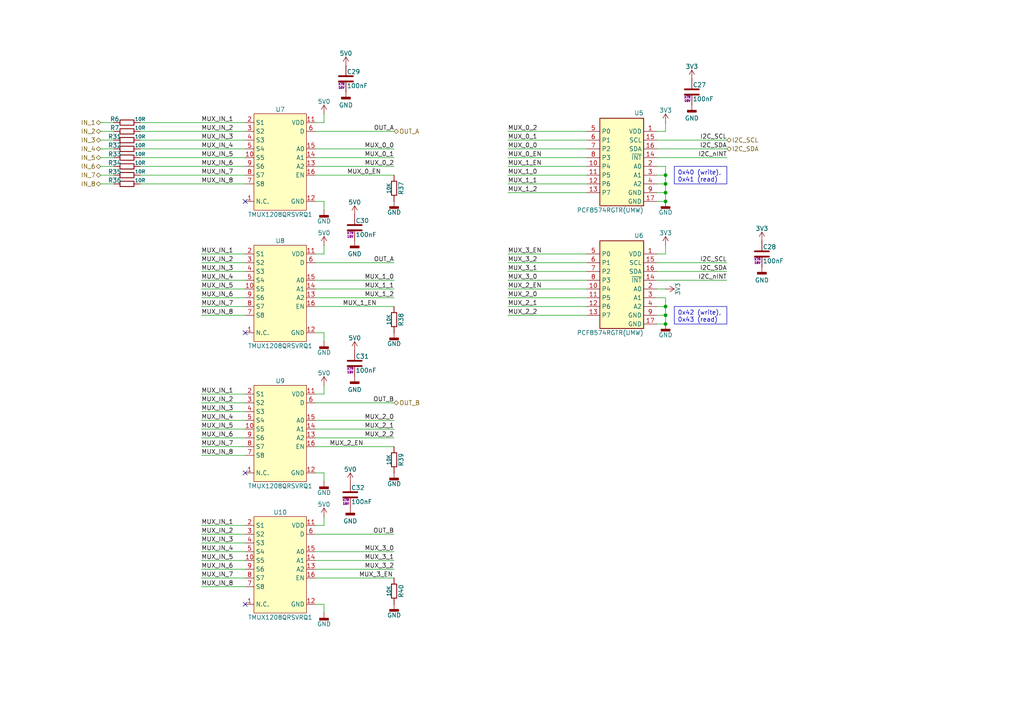
<source format=kicad_sch>
(kicad_sch (version 20250114) (generator "eeschema") (generator_version "9.0")
  (paper "A4")
  (lib_symbols
    (symbol "Capacitor:CL05B104KO5NNNC" (pin_numbers (hide yes)) (pin_names (offset 0) (hide yes))
      (property "Reference" "C" (at 0.254 2.032 0))
      (property "Value" "100nF" (at 0.254 -2.032 0))
      (property "Dielectric" "X7R" (at -1.27 -1.524 0))
      (property "Voltage" "16V" (at -1.27 -2.54 0))
      (symbol "CL05B104KO5NNNC_0_1"
        (polyline (pts (xy -2.032 0.762) (xy 2.032 0.762)) (stroke (width 0.508)))
        (polyline (pts (xy -2.032 -0.762) (xy 2.032 -0.762)) (stroke (width 0.508)))
      )
      (symbol "CL05B104KO5NNNC_1_1"
        (pin passive line (at 0 3.81 270) (length 2.794) (name "~") (number "1"))
        (pin passive line (at 0 -3.81 90) (length 2.794) (name "~") (number "2"))
      )
    )
    (symbol "ICs:PCF8574RGTR"
      (property "Reference" "U" (at -6.35 12.954 0))
      (property "Value" "PCF8574RGTR(UMW)" (at -6.35 -15.24 0))
      (symbol "PCF8574RGTR_0_1"
        (rectangle (start -6.35 11.43) (end 6.35 -13.97) (stroke (width 0.254)) (fill (type background)))
      )
      (symbol "PCF8574RGTR_1_1"
        (pin power_in line (at -10.16 7.62 0) (length 3.81) (name "VDD") (number "1"))
        (pin input line (at -10.16 5.08 0) (length 3.81) (name "SCL") (number "15"))
        (pin bidirectional line (at -10.16 2.54 0) (length 3.81) (name "SDA") (number "16"))
        (pin open_collector line (at -10.16 0 0) (length 3.81) (name "~{INT}") (number "14"))
        (pin input line (at -10.16 -2.54 0) (length 3.81) (name "A0") (number "2"))
        (pin input line (at -10.16 -5.08 0) (length 3.81) (name "A1") (number "3"))
        (pin input line (at -10.16 -7.62 0) (length 3.81) (name "A2") (number "4"))
        (pin power_in line (at -10.16 -10.16 0) (length 3.81) (name "GND") (number "9"))
        (pin power_in line (at -10.16 -12.7 0) (length 3.81) (name "GND") (number "17"))
        (pin bidirectional line (at 10.16 7.62 180) (length 3.81) (name "P0") (number "5"))
        (pin bidirectional line (at 10.16 5.08 180) (length 3.81) (name "P1") (number "6"))
        (pin bidirectional line (at 10.16 2.54 180) (length 3.81) (name "P2") (number "7"))
        (pin bidirectional line (at 10.16 0 180) (length 3.81) (name "P3") (number "8"))
        (pin bidirectional line (at 10.16 -2.54 180) (length 3.81) (name "P4") (number "10"))
        (pin bidirectional line (at 10.16 -5.08 180) (length 3.81) (name "P5") (number "11"))
        (pin bidirectional line (at 10.16 -7.62 180) (length 3.81) (name "P6") (number "12"))
        (pin bidirectional line (at 10.16 -10.16 180) (length 3.81) (name "P7") (number "13"))
      )
    )
    (symbol "ICs:TMUX1208QRSVRQ1"
      (property "Reference" "U" (at 0 13.97 0))
      (property "Value" "TMUX1208QRSVRQ1" (at 0 -16.51 0))
      (symbol "TMUX1208QRSVRQ1_0_1"
        (rectangle (start -7.62 12.7) (end 7.62 -15.24) (fill (type background)))
        (pin unspecified line (at -10.16 10.16 0) (length 2.54) (name "VDD") (number "11"))
        (pin unspecified line (at -10.16 7.62 0) (length 2.54) (name "D") (number "6"))
        (pin unspecified line (at -10.16 2.54 0) (length 2.54) (name "A0") (number "15"))
        (pin unspecified line (at -10.16 0 0) (length 2.54) (name "A1") (number "14"))
        (pin unspecified line (at -10.16 -2.54 0) (length 2.54) (name "A2") (number "13"))
        (pin unspecified line (at -10.16 -5.08 0) (length 2.54) (name "EN") (number "16"))
        (pin unspecified line (at -10.16 -12.7 0) (length 2.54) (name "GND") (number "12"))
        (pin unspecified line (at 10.16 10.16 180) (length 2.54) (name "S1") (number "2"))
        (pin unspecified line (at 10.16 7.62 180) (length 2.54) (name "S2") (number "3"))
        (pin unspecified line (at 10.16 5.08 180) (length 2.54) (name "S3") (number "4"))
        (pin unspecified line (at 10.16 2.54 180) (length 2.54) (name "S4") (number "5"))
        (pin unspecified line (at 10.16 0 180) (length 2.54) (name "S5") (number "10"))
        (pin unspecified line (at 10.16 -2.54 180) (length 2.54) (name "S6") (number "9"))
        (pin unspecified line (at 10.16 -5.08 180) (length 2.54) (name "S7") (number "8"))
        (pin unspecified line (at 10.16 -7.62 180) (length 2.54) (name "S8") (number "7"))
        (pin unspecified line (at 10.16 -12.7 180) (length 2.54) (name "N.C.") (number "1"))
      )
    )
    (symbol "Resistor:0402WGF1002TCE" (pin_numbers (hide yes)) (pin_names (offset 0))
      (property "Reference" "R" (at 2.032 0 90))
      (property "Value" "10K" (at -1.524 0 90))
      (symbol "0402WGF1002TCE_0_1"
        (rectangle (start -0.762 2.032) (end 0.762 -2.032) (stroke (width 0.254)))
      )
      (symbol "0402WGF1002TCE_1_1"
        (pin passive line (at 0 3.81 270) (length 1.778) (name "~") (number "1"))
        (pin passive line (at 0 -3.81 90) (length 1.778) (name "~") (number "2"))
      )
    )
    (symbol "Resistor:0402WGF100JTCE" (pin_numbers (hide yes)) (pin_names (offset 0))
      (property "Reference" "R" (at 2.032 0 90))
      (property "Value" "10R" (at -1.524 0 90))
      (symbol "0402WGF100JTCE_0_1"
        (rectangle (start -0.762 2.032) (end 0.762 -2.032) (stroke (width 0.254)))
      )
      (symbol "0402WGF100JTCE_1_1"
        (pin passive line (at 0 3.81 270) (length 1.778) (name "~") (number "1"))
        (pin passive line (at 0 -3.81 90) (length 1.778) (name "~") (number "2"))
      )
    )
    (symbol "power:+3V3" (power) (pin_numbers (hide yes)) (pin_names (offset 0) (hide yes))
      (property "Value" "+3V3" (at 0 3.556 0))
      (symbol "+3V3_0_1"
        (polyline (pts (xy -0.762 1.27) (xy 0 2.54)))
        (polyline (pts (xy 0 2.54) (xy 0.762 1.27)))
        (polyline (pts (xy 0 0) (xy 0 2.54)))
      )
      (symbol "+3V3_1_1"
        (pin power_in line (at 0 0 90) (length 0) (name "~") (number "1"))
      )
    )
    (symbol "power:+5V" (power) (pin_numbers (hide yes)) (pin_names (offset 0) (hide yes))
      (property "Value" "+5V" (at 0 3.556 0))
      (symbol "+5V_0_1"
        (polyline (pts (xy -0.762 1.27) (xy 0 2.54)))
        (polyline (pts (xy 0 2.54) (xy 0.762 1.27)))
        (polyline (pts (xy 0 0) (xy 0 2.54)))
      )
      (symbol "+5V_1_1"
        (pin power_in line (at 0 0 90) (length 0) (name "~") (number "1"))
      )
    )
    (symbol "power:GNDD" (power) (pin_numbers (hide yes)) (pin_names (offset 0) (hide yes))
      (property "Value" "GNDD" (at 0 -3.175 0))
      (symbol "GNDD_0_1"
        (rectangle (start -1.27 -1.524) (end 1.27 -2.032) (stroke (width 0.254)) (fill (type outline)))
        (polyline (pts (xy 0 0) (xy 0 -1.524)))
      )
      (symbol "GNDD_1_1"
        (pin power_in line (at 0 0 270) (length 0) (name "~") (number "1"))
      )
    )
  )
  (text_box "0x40 (write), 0x41 (read)" (at 195.58 48.26 0) (size 15.24 5.08) (margins 0.9525 0.9525 0.9525 0.9525) (effects (font (size 1.27 1.27)) (justify left top)))
  (text_box "0x42 (write), 0x43 (read)" (at 195.58 88.9 0) (size 15.24 5.08) (margins 0.9525 0.9525 0.9525 0.9525) (effects (font (size 1.27 1.27)) (justify left top)))
  (junction (at 193.04 50.8))
  (junction (at 193.04 53.34))
  (junction (at 193.04 58.42))
  (junction (at 193.04 88.9))
  (junction (at 193.04 55.88))
  (junction (at 193.04 91.44))
  (junction (at 193.04 93.98))
  (no_connect (at 71.12 58.42))
  (no_connect (at 71.12 137.16))
  (no_connect (at 71.12 96.52))
  (no_connect (at 71.12 175.26))
  (wire (pts (xy 40.64 53.34) (xy 71.12 53.34)))
  (wire (pts (xy 93.98 111.76) (xy 93.98 114.3)))
  (wire (pts (xy 91.44 38.1) (xy 114.3 38.1)))
  (wire (pts (xy 93.98 152.4) (xy 91.44 152.4)))
  (wire (pts (xy 170.18 38.1) (xy 147.32 38.1)))
  (wire (pts (xy 93.98 139.7) (xy 93.98 137.16)))
  (wire (pts (xy 193.04 91.44) (xy 193.04 93.98)))
  (wire (pts (xy 29.21 38.1) (xy 33.02 38.1)))
  (wire (pts (xy 58.42 162.56) (xy 71.12 162.56)))
  (wire (pts (xy 91.44 175.26) (xy 93.98 175.26)))
  (wire (pts (xy 91.44 96.52) (xy 93.98 96.52)))
  (wire (pts (xy 170.18 81.28) (xy 147.32 81.28)))
  (wire (pts (xy 91.44 48.26) (xy 114.3 48.26)))
  (wire (pts (xy 193.04 86.36) (xy 193.04 88.9)))
  (wire (pts (xy 91.44 76.2) (xy 114.3 76.2)))
  (wire (pts (xy 193.04 38.1) (xy 190.5 38.1)))
  (wire (pts (xy 91.44 58.42) (xy 93.98 58.42)))
  (wire (pts (xy 170.18 43.18) (xy 147.32 43.18)))
  (wire (pts (xy 170.18 50.8) (xy 147.32 50.8)))
  (wire (pts (xy 40.64 35.56) (xy 71.12 35.56)))
  (wire (pts (xy 91.44 121.92) (xy 114.3 121.92)))
  (wire (pts (xy 93.98 114.3) (xy 91.44 114.3)))
  (wire (pts (xy 93.98 35.56) (xy 91.44 35.56)))
  (wire (pts (xy 58.42 129.54) (xy 71.12 129.54)))
  (wire (pts (xy 193.04 71.12) (xy 193.04 73.66)))
  (wire (pts (xy 91.44 167.64) (xy 114.3 167.64)))
  (wire (pts (xy 93.98 33.02) (xy 93.98 35.56)))
  (wire (pts (xy 58.42 165.1) (xy 71.12 165.1)))
  (wire (pts (xy 29.21 53.34) (xy 33.02 53.34)))
  (wire (pts (xy 170.18 55.88) (xy 147.32 55.88)))
  (wire (pts (xy 190.5 81.28) (xy 210.82 81.28)))
  (wire (pts (xy 58.42 167.64) (xy 71.12 167.64)))
  (wire (pts (xy 58.42 127) (xy 71.12 127)))
  (wire (pts (xy 58.42 116.84) (xy 71.12 116.84)))
  (wire (pts (xy 40.64 45.72) (xy 71.12 45.72)))
  (wire (pts (xy 58.42 76.2) (xy 71.12 76.2)))
  (wire (pts (xy 29.21 35.56) (xy 33.02 35.56)))
  (wire (pts (xy 93.98 99.06) (xy 93.98 96.52)))
  (wire (pts (xy 29.21 45.72) (xy 33.02 45.72)))
  (wire (pts (xy 170.18 53.34) (xy 147.32 53.34)))
  (wire (pts (xy 170.18 91.44) (xy 147.32 91.44)))
  (wire (pts (xy 170.18 86.36) (xy 147.32 86.36)))
  (wire (pts (xy 40.64 40.64) (xy 71.12 40.64)))
  (wire (pts (xy 193.04 53.34) (xy 193.04 55.88)))
  (wire (pts (xy 91.44 81.28) (xy 114.3 81.28)))
  (wire (pts (xy 91.44 162.56) (xy 114.3 162.56)))
  (wire (pts (xy 91.44 127) (xy 114.3 127)))
  (wire (pts (xy 91.44 43.18) (xy 114.3 43.18)))
  (wire (pts (xy 91.44 154.94) (xy 114.3 154.94)))
  (wire (pts (xy 40.64 50.8) (xy 71.12 50.8)))
  (wire (pts (xy 29.21 50.8) (xy 33.02 50.8)))
  (wire (pts (xy 29.21 43.18) (xy 33.02 43.18)))
  (wire (pts (xy 58.42 83.82) (xy 71.12 83.82)))
  (wire (pts (xy 170.18 76.2) (xy 147.32 76.2)))
  (wire (pts (xy 193.04 88.9) (xy 193.04 91.44)))
  (wire (pts (xy 58.42 152.4) (xy 71.12 152.4)))
  (wire (pts (xy 190.5 83.82) (xy 193.04 83.82)))
  (wire (pts (xy 58.42 78.74) (xy 71.12 78.74)))
  (wire (pts (xy 40.64 43.18) (xy 71.12 43.18)))
  (wire (pts (xy 58.42 91.44) (xy 71.12 91.44)))
  (wire (pts (xy 170.18 73.66) (xy 147.32 73.66)))
  (wire (pts (xy 190.5 93.98) (xy 193.04 93.98)))
  (wire (pts (xy 193.04 48.26) (xy 193.04 50.8)))
  (wire (pts (xy 58.42 86.36) (xy 71.12 86.36)))
  (wire (pts (xy 170.18 48.26) (xy 147.32 48.26)))
  (wire (pts (xy 193.04 35.56) (xy 193.04 38.1)))
  (wire (pts (xy 190.5 40.64) (xy 210.82 40.64)))
  (wire (pts (xy 58.42 88.9) (xy 71.12 88.9)))
  (wire (pts (xy 170.18 78.74) (xy 147.32 78.74)))
  (wire (pts (xy 58.42 124.46) (xy 71.12 124.46)))
  (wire (pts (xy 91.44 124.46) (xy 114.3 124.46)))
  (wire (pts (xy 91.44 129.54) (xy 114.3 129.54)))
  (wire (pts (xy 93.98 73.66) (xy 91.44 73.66)))
  (wire (pts (xy 190.5 45.72) (xy 210.82 45.72)))
  (wire (pts (xy 190.5 43.18) (xy 210.82 43.18)))
  (wire (pts (xy 58.42 114.3) (xy 71.12 114.3)))
  (wire (pts (xy 58.42 121.92) (xy 71.12 121.92)))
  (wire (pts (xy 193.04 73.66) (xy 190.5 73.66)))
  (wire (pts (xy 58.42 119.38) (xy 71.12 119.38)))
  (wire (pts (xy 91.44 86.36) (xy 114.3 86.36)))
  (wire (pts (xy 93.98 60.96) (xy 93.98 58.42)))
  (wire (pts (xy 190.5 91.44) (xy 193.04 91.44)))
  (wire (pts (xy 93.98 71.12) (xy 93.98 73.66)))
  (wire (pts (xy 193.04 55.88) (xy 193.04 58.42)))
  (wire (pts (xy 40.64 38.1) (xy 71.12 38.1)))
  (wire (pts (xy 190.5 86.36) (xy 193.04 86.36)))
  (wire (pts (xy 58.42 157.48) (xy 71.12 157.48)))
  (wire (pts (xy 40.64 48.26) (xy 71.12 48.26)))
  (wire (pts (xy 170.18 88.9) (xy 147.32 88.9)))
  (wire (pts (xy 91.44 83.82) (xy 114.3 83.82)))
  (wire (pts (xy 91.44 137.16) (xy 93.98 137.16)))
  (wire (pts (xy 91.44 50.8) (xy 114.3 50.8)))
  (wire (pts (xy 170.18 83.82) (xy 147.32 83.82)))
  (wire (pts (xy 190.5 58.42) (xy 193.04 58.42)))
  (wire (pts (xy 170.18 45.72) (xy 147.32 45.72)))
  (wire (pts (xy 190.5 78.74) (xy 210.82 78.74)))
  (wire (pts (xy 93.98 177.8) (xy 93.98 175.26)))
  (wire (pts (xy 190.5 55.88) (xy 193.04 55.88)))
  (wire (pts (xy 58.42 73.66) (xy 71.12 73.66)))
  (wire (pts (xy 58.42 132.08) (xy 71.12 132.08)))
  (wire (pts (xy 91.44 88.9) (xy 114.3 88.9)))
  (wire (pts (xy 190.5 53.34) (xy 193.04 53.34)))
  (wire (pts (xy 29.21 48.26) (xy 33.02 48.26)))
  (wire (pts (xy 29.21 40.64) (xy 33.02 40.64)))
  (wire (pts (xy 91.44 45.72) (xy 114.3 45.72)))
  (wire (pts (xy 91.44 160.02) (xy 114.3 160.02)))
  (wire (pts (xy 93.98 149.86) (xy 93.98 152.4)))
  (wire (pts (xy 58.42 160.02) (xy 71.12 160.02)))
  (wire (pts (xy 170.18 40.64) (xy 147.32 40.64)))
  (wire (pts (xy 58.42 154.94) (xy 71.12 154.94)))
  (wire (pts (xy 190.5 48.26) (xy 193.04 48.26)))
  (wire (pts (xy 190.5 50.8) (xy 193.04 50.8)))
  (wire (pts (xy 91.44 165.1) (xy 114.3 165.1)))
  (wire (pts (xy 190.5 76.2) (xy 210.82 76.2)))
  (wire (pts (xy 193.04 50.8) (xy 193.04 53.34)))
  (wire (pts (xy 58.42 170.18) (xy 71.12 170.18)))
  (wire (pts (xy 190.5 88.9) (xy 193.04 88.9)))
  (wire (pts (xy 91.44 116.84) (xy 114.3 116.84)))
  (wire (pts (xy 58.42 81.28) (xy 71.12 81.28)))
  (label "MUX_IN_5" (at 58.42 162.56 0))
  (label "MUX_0_1" (at 147.32 40.64 0))
  (label "MUX_1_2" (at 147.32 55.88 0))
  (label "MUX_IN_4" (at 58.42 121.92 0))
  (label "MUX_2_EN" (at 105.41 129.54 180))
  (label "MUX_IN_8" (at 58.42 53.34 0))
  (label "MUX_0_EN" (at 110.49 50.8 180))
  (label "MUX_IN_7" (at 58.42 129.54 0))
  (label "MUX_3_2" (at 114.3 165.1 180))
  (label "MUX_IN_5" (at 58.42 45.72 0))
  (label "MUX_IN_3" (at 58.42 40.64 0))
  (label "MUX_IN_6" (at 58.42 165.1 0))
  (label "MUX_0_1" (at 114.3 45.72 180))
  (label "MUX_1_1" (at 114.3 83.82 180))
  (label "OUT_A" (at 114.3 76.2 180))
  (label "MUX_IN_6" (at 58.42 86.36 0))
  (label "MUX_IN_6" (at 58.42 127 0))
  (label "MUX_IN_2" (at 58.42 154.94 0))
  (label "MUX_3_2" (at 147.32 76.2 0))
  (label "MUX_1_EN" (at 109.22 88.9 180))
  (label "MUX_3_0" (at 147.32 81.28 0))
  (label "MUX_1_0" (at 114.3 81.28 180))
  (label "MUX_IN_3" (at 58.42 157.48 0))
  (label "MUX_IN_7" (at 58.42 167.64 0))
  (label "OUT_B" (at 114.3 154.94 180))
  (label "MUX_IN_6" (at 58.42 48.26 0))
  (label "MUX_0_EN" (at 147.32 45.72 0))
  (label "MUX_3_EN" (at 104.14 167.64 0))
  (label "MUX_IN_3" (at 58.42 119.38 0))
  (label "I2C_SDA" (at 210.82 78.74 180))
  (label "MUX_1_EN" (at 147.32 48.26 0))
  (label "MUX_2_2" (at 147.32 91.44 0))
  (label "MUX_0_2" (at 114.3 48.26 180))
  (label "MUX_IN_1" (at 58.42 152.4 0))
  (label "MUX_1_1" (at 147.32 53.34 0))
  (label "MUX_IN_2" (at 58.42 116.84 0))
  (label "MUX_IN_7" (at 58.42 50.8 0))
  (label "MUX_2_1" (at 114.3 124.46 180))
  (label "MUX_IN_4" (at 58.42 160.02 0))
  (label "MUX_IN_4" (at 58.42 81.28 0))
  (label "MUX_IN_5" (at 58.42 83.82 0))
  (label "MUX_IN_1" (at 58.42 73.66 0))
  (label "MUX_2_1" (at 147.32 88.9 0))
  (label "MUX_0_0" (at 114.3 43.18 180))
  (label "MUX_IN_8" (at 58.42 170.18 0))
  (label "MUX_3_0" (at 114.3 160.02 180))
  (label "MUX_2_0" (at 114.3 121.92 180))
  (label "MUX_IN_4" (at 58.42 43.18 0))
  (label "I2C_SCL" (at 210.82 76.2 180))
  (label "MUX_3_EN" (at 147.32 73.66 0))
  (label "I2C_SCL" (at 210.82 40.64 180))
  (label "MUX_0_0" (at 147.32 43.18 0))
  (label "MUX_IN_3" (at 58.42 78.74 0))
  (label "OUT_B" (at 114.3 116.84 180))
  (label "MUX_IN_2" (at 58.42 38.1 0))
  (label "MUX_2_EN" (at 147.32 83.82 0))
  (label "MUX_IN_7" (at 58.42 88.9 0))
  (label "OUT_A" (at 114.3 38.1 180))
  (label "MUX_IN_8" (at 58.42 132.08 0))
  (label "MUX_2_0" (at 147.32 86.36 0))
  (label "MUX_0_2" (at 147.32 38.1 0))
  (label "MUX_1_0" (at 147.32 50.8 0))
  (label "MUX_3_1" (at 147.32 78.74 0))
  (label "I2C_nINT" (at 210.82 81.28 180))
  (label "MUX_IN_8" (at 58.42 91.44 0))
  (label "MUX_IN_1" (at 58.42 35.56 0))
  (label "MUX_IN_5" (at 58.42 124.46 0))
  (label "MUX_3_1" (at 114.3 162.56 180))
  (label "I2C_SDA" (at 210.82 43.18 180))
  (label "MUX_2_2" (at 114.3 127 180))
  (label "MUX_IN_2" (at 58.42 76.2 0))
  (label "I2C_nINT" (at 210.82 45.72 180))
  (label "MUX_1_2" (at 114.3 86.36 180))
  (label "MUX_IN_1" (at 58.42 114.3 0))
  (hierarchical_label "IN_3" (shape bidirectional) (at 29.21 40.64 180))
  (hierarchical_label "OUT_B" (shape bidirectional) (at 114.3 116.84 0))
  (hierarchical_label "I2C_SDA" (shape bidirectional) (at 210.82 43.18 0))
  (hierarchical_label "IN_6" (shape bidirectional) (at 29.21 48.26 180))
  (hierarchical_label "I2C_SCL" (shape bidirectional) (at 210.82 40.64 0))
  (hierarchical_label "IN_4" (shape bidirectional) (at 29.21 43.18 180))
  (hierarchical_label "IN_7" (shape bidirectional) (at 29.21 50.8 180))
  (hierarchical_label "IN_8" (shape bidirectional) (at 29.21 53.34 180))
  (hierarchical_label "IN_2" (shape bidirectional) (at 29.21 38.1 180))
  (hierarchical_label "IN_1" (shape bidirectional) (at 29.21 35.56 180))
  (hierarchical_label "OUT_A" (shape bidirectional) (at 114.3 38.1 0))
  (hierarchical_label "IN_5" (shape bidirectional) (at 29.21 45.72 180))
  (symbol (lib_id "Resistor:0402WGF1002TCE") (at 114.3 54.61 0) (unit 1)
    (property "Reference" "R37" (at 116.332 54.61 90))
    (property "Value" "10K" (at 112.776 54.61 90) (effects (font (size 1.016 1.016))))
    (property "Footprint" "7Sigma:R_0402_1005Metric" (effects (hide yes)))
    (property "Datasheet" "https://atta.szlcsc.com/upload/public/pdf/source/20200306/C422600_1E6D84923E4A46A82E41ADD87F860B5C.pdf" (effects (hide yes)))
    (property "Description" "10K 63mW 1% 0402" (effects (hide yes)))
    (property "Power" "63mW" (effects (hide yes)))
    (property "Tolerance" "1%" (effects (hide yes)))
    (property "Footprint_Name" "0402" (effects (hide yes)))
    (property "Manufacturer 1" "Uni-Royal" (effects (hide yes)))
    (property "Manufacturer Part Number 1" "0402WGF1002TCE" (effects (hide yes)))
    (property "Supplier 1" "LCSC" (effects (hide yes)))
    (property "Supplier Part Number 1" "C25744" (effects (hide yes)))
    (property "LCSC Part" "C25744" (effects (hide yes)))
  )
  (symbol (lib_id "ICs:PCF8574RGTR") (at 180.34 45.72 0) (mirror y) (unit 1)
    (property "Reference" "U5" (at 186.69 32.766 0) (effects (justify left)))
    (property "Value" "PCF8574RGTR(UMW)" (at 186.69 60.96 0) (effects (justify left)))
    (property "Footprint" "7Sigma:QFN-16-1EP_3x3mm_P0.5mm_EP1.7x1.7mm_ThermalVias" (effects (hide yes)))
    (property "Datasheet" "https://www.lcsc.com/datasheet/C22396384.pdf" (effects (hide yes)))
    (property "Description" "I2C I/O Port Expander" (effects (hide yes)))
    (property "Manufacturer 1" "UMW" (effects (hide yes)))
    (property "Manufacturer Part Number 1" "PCF8574RGTR(UMW)" (effects (hide yes)))
    (property "Supplier 1" "LCSC" (effects (hide yes)))
    (property "Supplier Part Number 1" "C22396384" (effects (hide yes)))
    (property "LCSC Part" "C22396384" (effects (hide yes)))
  )
  (symbol (lib_id "ICs:TMUX1208QRSVRQ1") (at 81.28 124.46 0) (mirror y) (unit 1)
    (property "Reference" "U9" (at 81.28 110.49 0))
    (property "Value" "TMUX1208QRSVRQ1" (at 81.28 140.97 0))
    (property "Footprint" "7Sigma:UQFN-16_1.8x2.6mm_P0.4mm" (effects (hide yes)))
    (property "Datasheet" "https://www.ti.com/lit/ds/symlink/tmux1208-q1.pdf" (effects (hide yes)))
    (property "Description" "I2C I/O Port Expander" (effects (hide yes)))
    (property "Manufacturer 1" "UMW" (effects (hide yes)))
    (property "Manufacturer Part Number 1" "TMUX1208QRSVRQ1" (effects (hide yes)))
    (property "Supplier 1" "LCSC" (effects (hide yes)))
    (property "Supplier Part Number 1" "C2876797" (effects (hide yes)))
    (property "LCSC Part" "C2876797" (effects (hide yes)))
  )
  (symbol (lib_id "power:GNDD") (at 93.98 60.96 0) (unit 1)
    (property "Reference" "#PWR066" (effects (hide yes)))
    (property "Value" "GND" (at 93.98 64.135 0))
    (property "Description" "Power symbol creates a global label with name \"GNDD\" , digital ground" (effects (hide yes)))
  )
  (symbol (lib_id "Resistor:0402WGF100JTCE") (at 36.83 35.56 90) (unit 1)
    (property "Reference" "R6" (at 33.274 34.544 90))
    (property "Value" "10R" (at 40.64 34.544 90) (effects (font (size 1.016 1.016))))
    (property "Footprint" "7Sigma:R_0402_1005Metric" (effects (hide yes)))
    (property "Datasheet" "https://atta.szlcsc.com/upload/public/pdf/source/20200306/C422600_1E6D84923E4A46A82E41ADD87F860B5C.pdf" (effects (hide yes)))
    (property "Description" "10R 63mW 1% 0402" (effects (hide yes)))
    (property "Power" "63mW" (effects (hide yes)))
    (property "Tolerance" "1%" (effects (hide yes)))
    (property "Footprint_Name" "0402" (effects (hide yes)))
    (property "Manufacturer 1" "Uni-Royal" (effects (hide yes)))
    (property "Manufacturer Part Number 1" "0402WGF100JTCE" (effects (hide yes)))
    (property "Supplier 1" "LCSC" (effects (hide yes)))
    (property "Supplier Part Number 1" "C25077" (effects (hide yes)))
    (property "LCSC Part" "C25077" (effects (hide yes)))
  )
  (symbol (lib_id "power:+5V") (at 102.87 101.6 0) (unit 1)
    (property "Reference" "#PWR095" (effects (hide yes)))
    (property "Value" "5V0" (at 102.87 98.044 0))
    (property "Description" "Power symbol creates a global label with name \"+5V\"" (effects (hide yes)))
  )
  (symbol (lib_id "power:+5V") (at 100.33 19.05 0) (unit 1)
    (property "Reference" "#PWR091" (effects (hide yes)))
    (property "Value" "5V0" (at 100.33 15.494 0))
    (property "Description" "Power symbol creates a global label with name \"+5V\"" (effects (hide yes)))
  )
  (symbol (lib_id "Resistor:0402WGF100JTCE") (at 36.83 48.26 90) (unit 1)
    (property "Reference" "R34" (at 33.274 47.244 90))
    (property "Value" "10R" (at 40.64 47.244 90) (effects (font (size 1.016 1.016))))
    (property "Footprint" "7Sigma:R_0402_1005Metric" (effects (hide yes)))
    (property "Datasheet" "https://atta.szlcsc.com/upload/public/pdf/source/20200306/C422600_1E6D84923E4A46A82E41ADD87F860B5C.pdf" (effects (hide yes)))
    (property "Description" "10R 63mW 1% 0402" (effects (hide yes)))
    (property "Power" "63mW" (effects (hide yes)))
    (property "Tolerance" "1%" (effects (hide yes)))
    (property "Footprint_Name" "0402" (effects (hide yes)))
    (property "Manufacturer 1" "Uni-Royal" (effects (hide yes)))
    (property "Manufacturer Part Number 1" "0402WGF100JTCE" (effects (hide yes)))
    (property "Supplier 1" "LCSC" (effects (hide yes)))
    (property "Supplier Part Number 1" "C25077" (effects (hide yes)))
    (property "LCSC Part" "C25077" (effects (hide yes)))
  )
  (symbol (lib_id "Resistor:0402WGF100JTCE") (at 36.83 43.18 90) (unit 1)
    (property "Reference" "R32" (at 33.274 42.164 90))
    (property "Value" "10R" (at 40.64 42.164 90) (effects (font (size 1.016 1.016))))
    (property "Footprint" "7Sigma:R_0402_1005Metric" (effects (hide yes)))
    (property "Datasheet" "https://atta.szlcsc.com/upload/public/pdf/source/20200306/C422600_1E6D84923E4A46A82E41ADD87F860B5C.pdf" (effects (hide yes)))
    (property "Description" "10R 63mW 1% 0402" (effects (hide yes)))
    (property "Power" "63mW" (effects (hide yes)))
    (property "Tolerance" "1%" (effects (hide yes)))
    (property "Footprint_Name" "0402" (effects (hide yes)))
    (property "Manufacturer 1" "Uni-Royal" (effects (hide yes)))
    (property "Manufacturer Part Number 1" "0402WGF100JTCE" (effects (hide yes)))
    (property "Supplier 1" "LCSC" (effects (hide yes)))
    (property "Supplier Part Number 1" "C25077" (effects (hide yes)))
    (property "LCSC Part" "C25077" (effects (hide yes)))
  )
  (symbol (lib_id "power:+5V") (at 93.98 33.02 0) (unit 1)
    (property "Reference" "#PWR058" (effects (hide yes)))
    (property "Value" "5V0" (at 93.98 29.464 0))
    (property "Description" "Power symbol creates a global label with name \"+5V\"" (effects (hide yes)))
  )
  (symbol (lib_id "power:+3V3") (at 193.04 71.12 0) (mirror y) (unit 1)
    (property "Reference" "#PWR069" (effects (hide yes)))
    (property "Value" "3V3" (at 193.04 67.564 0))
    (property "Description" "Power symbol creates a global label with name \"+3V3\"" (effects (hide yes)))
  )
  (symbol (lib_id "power:+5V") (at 93.98 71.12 0) (unit 1)
    (property "Reference" "#PWR059" (effects (hide yes)))
    (property "Value" "5V0" (at 93.98 67.564 0))
    (property "Description" "Power symbol creates a global label with name \"+5V\"" (effects (hide yes)))
  )
  (symbol (lib_id "Capacitor:CL05B104KO5NNNC") (at 100.33 22.86 0) (unit 1)
    (property "Reference" "C29" (at 100.584 20.828 0) (effects (justify left)))
    (property "Value" "100nF" (at 100.584 24.892 0) (effects (justify left)))
    (property "Footprint" "7Sigma:C_0402_1005Metric" (effects (hide yes)))
    (property "Datasheet" "https://wmsc.lcsc.com/wmsc/upload/file/pdf/v2/lcsc/2304140030_Samsung-Electro-Mechanics-CL05B104KO5NNNC_C1525.pdf" (effects (hide yes)))
    (property "Description" "100nF 16V 10% 0402" (effects (hide yes)))
    (property "Dielectric" "X7R" (at 99.06 24.384 0) (effects (font (size 0.635 0.635))))
    (property "Voltage" "16V" (at 99.06 25.4 0) (effects (font (size 0.635 0.635))))
    (property "Tolerance" "10%" (effects (hide yes)))
    (property "Footprint_Name" "0402" (effects (hide yes)))
    (property "Manufacturer 1" "Samsung Electro-Mechanics" (effects (hide yes)))
    (property "Manufacturer Part Number 1" "CL05B104KO5NNNC" (effects (hide yes)))
    (property "Supplier 1" "LCSC" (effects (hide yes)))
    (property "Supplier Part Number 1" "C1525" (effects (hide yes)))
    (property "LCSC Part" "C1525" (effects (hide yes)))
    (property "JLCPCB Part Class" "Basic Part" (effects (hide yes)))
  )
  (symbol (lib_id "power:+3V3") (at 200.66 22.86 0) (unit 1)
    (property "Reference" "#PWR038" (effects (hide yes)))
    (property "Value" "3V3" (at 200.66 19.304 0))
    (property "Description" "Power symbol creates a global label with name \"+3V3\"" (effects (hide yes)))
  )
  (symbol (lib_id "Capacitor:CL05B104KO5NNNC") (at 200.66 26.67 0) (unit 1)
    (property "Reference" "C27" (at 200.914 24.638 0) (effects (justify left)))
    (property "Value" "100nF" (at 200.914 28.702 0) (effects (justify left)))
    (property "Footprint" "7Sigma:C_0402_1005Metric" (effects (hide yes)))
    (property "Datasheet" "https://wmsc.lcsc.com/wmsc/upload/file/pdf/v2/lcsc/2304140030_Samsung-Electro-Mechanics-CL05B104KO5NNNC_C1525.pdf" (effects (hide yes)))
    (property "Description" "100nF 16V 10% 0402" (effects (hide yes)))
    (property "Dielectric" "X7R" (at 199.39 28.194 0) (effects (font (size 0.635 0.635))))
    (property "Voltage" "16V" (at 199.39 29.21 0) (effects (font (size 0.635 0.635))))
    (property "Tolerance" "10%" (effects (hide yes)))
    (property "Footprint_Name" "0402" (effects (hide yes)))
    (property "Manufacturer 1" "Samsung Electro-Mechanics" (effects (hide yes)))
    (property "Manufacturer Part Number 1" "CL05B104KO5NNNC" (effects (hide yes)))
    (property "Supplier 1" "LCSC" (effects (hide yes)))
    (property "Supplier Part Number 1" "C1525" (effects (hide yes)))
    (property "LCSC Part" "C1525" (effects (hide yes)))
    (property "JLCPCB Part Class" "Basic Part" (effects (hide yes)))
  )
  (symbol (lib_id "power:+3V3") (at 193.04 35.56 0) (mirror y) (unit 1)
    (property "Reference" "#PWR062" (effects (hide yes)))
    (property "Value" "3V3" (at 193.04 32.004 0))
    (property "Description" "Power symbol creates a global label with name \"+3V3\"" (effects (hide yes)))
  )
  (symbol (lib_id "Resistor:0402WGF100JTCE") (at 36.83 45.72 90) (unit 1)
    (property "Reference" "R33" (at 33.274 44.704 90))
    (property "Value" "10R" (at 40.64 44.704 90) (effects (font (size 1.016 1.016))))
    (property "Footprint" "7Sigma:R_0402_1005Metric" (effects (hide yes)))
    (property "Datasheet" "https://atta.szlcsc.com/upload/public/pdf/source/20200306/C422600_1E6D84923E4A46A82E41ADD87F860B5C.pdf" (effects (hide yes)))
    (property "Description" "10R 63mW 1% 0402" (effects (hide yes)))
    (property "Power" "63mW" (effects (hide yes)))
    (property "Tolerance" "1%" (effects (hide yes)))
    (property "Footprint_Name" "0402" (effects (hide yes)))
    (property "Manufacturer 1" "Uni-Royal" (effects (hide yes)))
    (property "Manufacturer Part Number 1" "0402WGF100JTCE" (effects (hide yes)))
    (property "Supplier 1" "LCSC" (effects (hide yes)))
    (property "Supplier Part Number 1" "C25077" (effects (hide yes)))
    (property "LCSC Part" "C25077" (effects (hide yes)))
  )
  (symbol (lib_id "power:+3V3") (at 220.98 69.85 0) (unit 1)
    (property "Reference" "#PWR089" (effects (hide yes)))
    (property "Value" "3V3" (at 220.98 66.294 0))
    (property "Description" "Power symbol creates a global label with name \"+3V3\"" (effects (hide yes)))
  )
  (symbol (lib_id "power:+5V") (at 93.98 111.76 0) (unit 1)
    (property "Reference" "#PWR060" (effects (hide yes)))
    (property "Value" "5V0" (at 93.98 108.204 0))
    (property "Description" "Power symbol creates a global label with name \"+5V\"" (effects (hide yes)))
  )
  (symbol (lib_id "ICs:PCF8574RGTR") (at 180.34 81.28 0) (mirror y) (unit 1)
    (property "Reference" "U6" (at 186.69 68.326 0) (effects (justify left)))
    (property "Value" "PCF8574RGTR(UMW)" (at 186.69 96.52 0) (effects (justify left)))
    (property "Footprint" "7Sigma:QFN-16-1EP_3x3mm_P0.5mm_EP1.7x1.7mm_ThermalVias" (effects (hide yes)))
    (property "Datasheet" "https://www.lcsc.com/datasheet/C22396384.pdf" (effects (hide yes)))
    (property "Description" "I2C I/O Port Expander" (effects (hide yes)))
    (property "Manufacturer 1" "UMW" (effects (hide yes)))
    (property "Manufacturer Part Number 1" "PCF8574RGTR(UMW)" (effects (hide yes)))
    (property "Supplier 1" "LCSC" (effects (hide yes)))
    (property "Supplier Part Number 1" "C22396384" (effects (hide yes)))
    (property "LCSC Part" "C22396384" (effects (hide yes)))
  )
  (symbol (lib_id "power:GNDD") (at 93.98 177.8 0) (unit 1)
    (property "Reference" "#PWR063" (effects (hide yes)))
    (property "Value" "GND" (at 93.98 180.975 0))
    (property "Description" "Power symbol creates a global label with name \"GNDD\" , digital ground" (effects (hide yes)))
  )
  (symbol (lib_id "power:GNDD") (at 114.3 58.42 0) (unit 1)
    (property "Reference" "#PWR073" (effects (hide yes)))
    (property "Value" "GND" (at 114.3 61.595 0))
    (property "Description" "Power symbol creates a global label with name \"GNDD\" , digital ground" (effects (hide yes)))
  )
  (symbol (lib_id "power:GNDD") (at 114.3 137.16 0) (unit 1)
    (property "Reference" "#PWR075" (effects (hide yes)))
    (property "Value" "GND" (at 114.3 140.335 0))
    (property "Description" "Power symbol creates a global label with name \"GNDD\" , digital ground" (effects (hide yes)))
  )
  (symbol (lib_id "power:GNDD") (at 102.87 69.85 0) (unit 1)
    (property "Reference" "#PWR094" (effects (hide yes)))
    (property "Value" "GND" (at 102.87 73.66 0))
    (property "Description" "Power symbol creates a global label with name \"GNDD\" , digital ground" (effects (hide yes)))
  )
  (symbol (lib_id "ICs:TMUX1208QRSVRQ1") (at 81.28 162.56 0) (mirror y) (unit 1)
    (property "Reference" "U10" (at 81.28 148.59 0))
    (property "Value" "TMUX1208QRSVRQ1" (at 81.28 179.07 0))
    (property "Footprint" "7Sigma:UQFN-16_1.8x2.6mm_P0.4mm" (effects (hide yes)))
    (property "Datasheet" "https://www.ti.com/lit/ds/symlink/tmux1208-q1.pdf" (effects (hide yes)))
    (property "Description" "I2C I/O Port Expander" (effects (hide yes)))
    (property "Manufacturer 1" "UMW" (effects (hide yes)))
    (property "Manufacturer Part Number 1" "TMUX1208QRSVRQ1" (effects (hide yes)))
    (property "Supplier 1" "LCSC" (effects (hide yes)))
    (property "Supplier Part Number 1" "C2876797" (effects (hide yes)))
    (property "LCSC Part" "C2876797" (effects (hide yes)))
  )
  (symbol (lib_id "power:GNDD") (at 193.04 58.42 0) (unit 1)
    (property "Reference" "#PWR067" (effects (hide yes)))
    (property "Value" "GND" (at 193.04 61.595 0))
    (property "Description" "Power symbol creates a global label with name \"GNDD\" , digital ground" (effects (hide yes)))
  )
  (symbol (lib_id "Resistor:0402WGF100JTCE") (at 36.83 40.64 90) (unit 1)
    (property "Reference" "R31" (at 33.274 39.624 90))
    (property "Value" "10R" (at 40.64 39.624 90) (effects (font (size 1.016 1.016))))
    (property "Footprint" "7Sigma:R_0402_1005Metric" (effects (hide yes)))
    (property "Datasheet" "https://atta.szlcsc.com/upload/public/pdf/source/20200306/C422600_1E6D84923E4A46A82E41ADD87F860B5C.pdf" (effects (hide yes)))
    (property "Description" "10R 63mW 1% 0402" (effects (hide yes)))
    (property "Power" "63mW" (effects (hide yes)))
    (property "Tolerance" "1%" (effects (hide yes)))
    (property "Footprint_Name" "0402" (effects (hide yes)))
    (property "Manufacturer 1" "Uni-Royal" (effects (hide yes)))
    (property "Manufacturer Part Number 1" "0402WGF100JTCE" (effects (hide yes)))
    (property "Supplier 1" "LCSC" (effects (hide yes)))
    (property "Supplier Part Number 1" "C25077" (effects (hide yes)))
    (property "LCSC Part" "C25077" (effects (hide yes)))
  )
  (symbol (lib_id "Resistor:0402WGF1002TCE") (at 114.3 171.45 0) (unit 1)
    (property "Reference" "R40" (at 116.332 171.45 90))
    (property "Value" "10K" (at 112.776 171.45 90) (effects (font (size 1.016 1.016))))
    (property "Footprint" "7Sigma:R_0402_1005Metric" (effects (hide yes)))
    (property "Datasheet" "https://atta.szlcsc.com/upload/public/pdf/source/20200306/C422600_1E6D84923E4A46A82E41ADD87F860B5C.pdf" (effects (hide yes)))
    (property "Description" "10K 63mW 1% 0402" (effects (hide yes)))
    (property "Power" "63mW" (effects (hide yes)))
    (property "Tolerance" "1%" (effects (hide yes)))
    (property "Footprint_Name" "0402" (effects (hide yes)))
    (property "Manufacturer 1" "Uni-Royal" (effects (hide yes)))
    (property "Manufacturer Part Number 1" "0402WGF1002TCE" (effects (hide yes)))
    (property "Supplier 1" "LCSC" (effects (hide yes)))
    (property "Supplier Part Number 1" "C25744" (effects (hide yes)))
    (property "LCSC Part" "C25744" (effects (hide yes)))
  )
  (symbol (lib_id "Capacitor:CL05B104KO5NNNC") (at 102.87 66.04 0) (unit 1)
    (property "Reference" "C30" (at 103.124 64.008 0) (effects (justify left)))
    (property "Value" "100nF" (at 103.124 68.072 0) (effects (justify left)))
    (property "Footprint" "7Sigma:C_0402_1005Metric" (effects (hide yes)))
    (property "Datasheet" "https://wmsc.lcsc.com/wmsc/upload/file/pdf/v2/lcsc/2304140030_Samsung-Electro-Mechanics-CL05B104KO5NNNC_C1525.pdf" (effects (hide yes)))
    (property "Description" "100nF 16V 10% 0402" (effects (hide yes)))
    (property "Dielectric" "X7R" (at 101.6 67.564 0) (effects (font (size 0.635 0.635))))
    (property "Voltage" "16V" (at 101.6 68.58 0) (effects (font (size 0.635 0.635))))
    (property "Tolerance" "10%" (effects (hide yes)))
    (property "Footprint_Name" "0402" (effects (hide yes)))
    (property "Manufacturer 1" "Samsung Electro-Mechanics" (effects (hide yes)))
    (property "Manufacturer Part Number 1" "CL05B104KO5NNNC" (effects (hide yes)))
    (property "Supplier 1" "LCSC" (effects (hide yes)))
    (property "Supplier Part Number 1" "C1525" (effects (hide yes)))
    (property "LCSC Part" "C1525" (effects (hide yes)))
    (property "JLCPCB Part Class" "Basic Part" (effects (hide yes)))
  )
  (symbol (lib_id "power:+5V") (at 102.87 62.23 0) (unit 1)
    (property "Reference" "#PWR093" (effects (hide yes)))
    (property "Value" "5V0" (at 102.87 58.674 0))
    (property "Description" "Power symbol creates a global label with name \"+5V\"" (effects (hide yes)))
  )
  (symbol (lib_id "ICs:TMUX1208QRSVRQ1") (at 81.28 83.82 0) (mirror y) (unit 1)
    (property "Reference" "U8" (at 81.28 69.85 0))
    (property "Value" "TMUX1208QRSVRQ1" (at 81.28 100.33 0))
    (property "Footprint" "7Sigma:UQFN-16_1.8x2.6mm_P0.4mm" (effects (hide yes)))
    (property "Datasheet" "https://www.ti.com/lit/ds/symlink/tmux1208-q1.pdf" (effects (hide yes)))
    (property "Description" "I2C I/O Port Expander" (effects (hide yes)))
    (property "Manufacturer 1" "UMW" (effects (hide yes)))
    (property "Manufacturer Part Number 1" "TMUX1208QRSVRQ1" (effects (hide yes)))
    (property "Supplier 1" "LCSC" (effects (hide yes)))
    (property "Supplier Part Number 1" "C2876797" (effects (hide yes)))
    (property "LCSC Part" "C2876797" (effects (hide yes)))
  )
  (symbol (lib_id "power:GNDD") (at 93.98 99.06 0) (unit 1)
    (property "Reference" "#PWR065" (effects (hide yes)))
    (property "Value" "GND" (at 93.98 102.235 0))
    (property "Description" "Power symbol creates a global label with name \"GNDD\" , digital ground" (effects (hide yes)))
  )
  (symbol (lib_id "Resistor:0402WGF100JTCE") (at 36.83 50.8 90) (unit 1)
    (property "Reference" "R35" (at 33.274 49.784 90))
    (property "Value" "10R" (at 40.64 49.784 90) (effects (font (size 1.016 1.016))))
    (property "Footprint" "7Sigma:R_0402_1005Metric" (effects (hide yes)))
    (property "Datasheet" "https://atta.szlcsc.com/upload/public/pdf/source/20200306/C422600_1E6D84923E4A46A82E41ADD87F860B5C.pdf" (effects (hide yes)))
    (property "Description" "10R 63mW 1% 0402" (effects (hide yes)))
    (property "Power" "63mW" (effects (hide yes)))
    (property "Tolerance" "1%" (effects (hide yes)))
    (property "Footprint_Name" "0402" (effects (hide yes)))
    (property "Manufacturer 1" "Uni-Royal" (effects (hide yes)))
    (property "Manufacturer Part Number 1" "0402WGF100JTCE" (effects (hide yes)))
    (property "Supplier 1" "LCSC" (effects (hide yes)))
    (property "Supplier Part Number 1" "C25077" (effects (hide yes)))
    (property "LCSC Part" "C25077" (effects (hide yes)))
  )
  (symbol (lib_id "Capacitor:CL05B104KO5NNNC") (at 102.87 105.41 0) (unit 1)
    (property "Reference" "C31" (at 103.124 103.378 0) (effects (justify left)))
    (property "Value" "100nF" (at 103.124 107.442 0) (effects (justify left)))
    (property "Footprint" "7Sigma:C_0402_1005Metric" (effects (hide yes)))
    (property "Datasheet" "https://wmsc.lcsc.com/wmsc/upload/file/pdf/v2/lcsc/2304140030_Samsung-Electro-Mechanics-CL05B104KO5NNNC_C1525.pdf" (effects (hide yes)))
    (property "Description" "100nF 16V 10% 0402" (effects (hide yes)))
    (property "Dielectric" "X7R" (at 101.6 106.934 0) (effects (font (size 0.635 0.635))))
    (property "Voltage" "16V" (at 101.6 107.95 0) (effects (font (size 0.635 0.635))))
    (property "Tolerance" "10%" (effects (hide yes)))
    (property "Footprint_Name" "0402" (effects (hide yes)))
    (property "Manufacturer 1" "Samsung Electro-Mechanics" (effects (hide yes)))
    (property "Manufacturer Part Number 1" "CL05B104KO5NNNC" (effects (hide yes)))
    (property "Supplier 1" "LCSC" (effects (hide yes)))
    (property "Supplier Part Number 1" "C1525" (effects (hide yes)))
    (property "LCSC Part" "C1525" (effects (hide yes)))
    (property "JLCPCB Part Class" "Basic Part" (effects (hide yes)))
  )
  (symbol (lib_id "power:+5V") (at 93.98 149.86 0) (unit 1)
    (property "Reference" "#PWR061" (effects (hide yes)))
    (property "Value" "5V0" (at 93.98 146.304 0))
    (property "Description" "Power symbol creates a global label with name \"+5V\"" (effects (hide yes)))
  )
  (symbol (lib_id "power:GNDD") (at 114.3 96.52 0) (unit 1)
    (property "Reference" "#PWR074" (effects (hide yes)))
    (property "Value" "GND" (at 114.3 99.695 0))
    (property "Description" "Power symbol creates a global label with name \"GNDD\" , digital ground" (effects (hide yes)))
  )
  (symbol (lib_id "power:GNDD") (at 200.66 30.48 0) (unit 1)
    (property "Reference" "#PWR088" (effects (hide yes)))
    (property "Value" "GND" (at 200.66 34.29 0))
    (property "Description" "Power symbol creates a global label with name \"GNDD\" , digital ground" (effects (hide yes)))
  )
  (symbol (lib_id "power:+5V") (at 101.6 139.7 0) (unit 1)
    (property "Reference" "#PWR097" (effects (hide yes)))
    (property "Value" "5V0" (at 101.6 136.144 0))
    (property "Description" "Power symbol creates a global label with name \"+5V\"" (effects (hide yes)))
  )
  (symbol (lib_id "Resistor:0402WGF1002TCE") (at 114.3 133.35 0) (unit 1)
    (property "Reference" "R39" (at 116.332 133.35 90))
    (property "Value" "10K" (at 112.776 133.35 90) (effects (font (size 1.016 1.016))))
    (property "Footprint" "7Sigma:R_0402_1005Metric" (effects (hide yes)))
    (property "Datasheet" "https://atta.szlcsc.com/upload/public/pdf/source/20200306/C422600_1E6D84923E4A46A82E41ADD87F860B5C.pdf" (effects (hide yes)))
    (property "Description" "10K 63mW 1% 0402" (effects (hide yes)))
    (property "Power" "63mW" (effects (hide yes)))
    (property "Tolerance" "1%" (effects (hide yes)))
    (property "Footprint_Name" "0402" (effects (hide yes)))
    (property "Manufacturer 1" "Uni-Royal" (effects (hide yes)))
    (property "Manufacturer Part Number 1" "0402WGF1002TCE" (effects (hide yes)))
    (property "Supplier 1" "LCSC" (effects (hide yes)))
    (property "Supplier Part Number 1" "C25744" (effects (hide yes)))
    (property "LCSC Part" "C25744" (effects (hide yes)))
  )
  (symbol (lib_id "power:GNDD") (at 101.6 147.32 0) (unit 1)
    (property "Reference" "#PWR098" (effects (hide yes)))
    (property "Value" "GND" (at 101.6 151.13 0))
    (property "Description" "Power symbol creates a global label with name \"GNDD\" , digital ground" (effects (hide yes)))
  )
  (symbol (lib_id "Resistor:0402WGF1002TCE") (at 114.3 92.71 0) (unit 1)
    (property "Reference" "R38" (at 116.332 92.71 90))
    (property "Value" "10K" (at 112.776 92.71 90) (effects (font (size 1.016 1.016))))
    (property "Footprint" "7Sigma:R_0402_1005Metric" (effects (hide yes)))
    (property "Datasheet" "https://atta.szlcsc.com/upload/public/pdf/source/20200306/C422600_1E6D84923E4A46A82E41ADD87F860B5C.pdf" (effects (hide yes)))
    (property "Description" "10K 63mW 1% 0402" (effects (hide yes)))
    (property "Power" "63mW" (effects (hide yes)))
    (property "Tolerance" "1%" (effects (hide yes)))
    (property "Footprint_Name" "0402" (effects (hide yes)))
    (property "Manufacturer 1" "Uni-Royal" (effects (hide yes)))
    (property "Manufacturer Part Number 1" "0402WGF1002TCE" (effects (hide yes)))
    (property "Supplier 1" "LCSC" (effects (hide yes)))
    (property "Supplier Part Number 1" "C25744" (effects (hide yes)))
    (property "LCSC Part" "C25744" (effects (hide yes)))
  )
  (symbol (lib_id "power:GNDD") (at 102.87 109.22 0) (unit 1)
    (property "Reference" "#PWR096" (effects (hide yes)))
    (property "Value" "GND" (at 102.87 113.03 0))
    (property "Description" "Power symbol creates a global label with name \"GNDD\" , digital ground" (effects (hide yes)))
  )
  (symbol (lib_id "power:+3V3") (at 193.04 83.82 270) (mirror x) (unit 1)
    (property "Reference" "#PWR070" (effects (hide yes)))
    (property "Value" "3V3" (at 196.596 83.82 0))
    (property "Description" "Power symbol creates a global label with name \"+3V3\"" (effects (hide yes)))
  )
  (symbol (lib_id "power:GNDD") (at 193.04 93.98 0) (unit 1)
    (property "Reference" "#PWR068" (effects (hide yes)))
    (property "Value" "GND" (at 193.04 97.155 0))
    (property "Description" "Power symbol creates a global label with name \"GNDD\" , digital ground" (effects (hide yes)))
  )
  (symbol (lib_id "power:GNDD") (at 93.98 139.7 0) (unit 1)
    (property "Reference" "#PWR064" (effects (hide yes)))
    (property "Value" "GND" (at 93.98 142.875 0))
    (property "Description" "Power symbol creates a global label with name \"GNDD\" , digital ground" (effects (hide yes)))
  )
  (symbol (lib_id "power:GNDD") (at 100.33 26.67 0) (unit 1)
    (property "Reference" "#PWR092" (effects (hide yes)))
    (property "Value" "GND" (at 100.33 30.48 0))
    (property "Description" "Power symbol creates a global label with name \"GNDD\" , digital ground" (effects (hide yes)))
  )
  (symbol (lib_id "Capacitor:CL05B104KO5NNNC") (at 101.6 143.51 0) (unit 1)
    (property "Reference" "C32" (at 101.854 141.478 0) (effects (justify left)))
    (property "Value" "100nF" (at 101.854 145.542 0) (effects (justify left)))
    (property "Footprint" "7Sigma:C_0402_1005Metric" (effects (hide yes)))
    (property "Datasheet" "https://wmsc.lcsc.com/wmsc/upload/file/pdf/v2/lcsc/2304140030_Samsung-Electro-Mechanics-CL05B104KO5NNNC_C1525.pdf" (effects (hide yes)))
    (property "Description" "100nF 16V 10% 0402" (effects (hide yes)))
    (property "Dielectric" "X7R" (at 100.33 145.034 0) (effects (font (size 0.635 0.635))))
    (property "Voltage" "16V" (at 100.33 146.05 0) (effects (font (size 0.635 0.635))))
    (property "Tolerance" "10%" (effects (hide yes)))
    (property "Footprint_Name" "0402" (effects (hide yes)))
    (property "Manufacturer 1" "Samsung Electro-Mechanics" (effects (hide yes)))
    (property "Manufacturer Part Number 1" "CL05B104KO5NNNC" (effects (hide yes)))
    (property "Supplier 1" "LCSC" (effects (hide yes)))
    (property "Supplier Part Number 1" "C1525" (effects (hide yes)))
    (property "LCSC Part" "C1525" (effects (hide yes)))
    (property "JLCPCB Part Class" "Basic Part" (effects (hide yes)))
  )
  (symbol (lib_id "power:GNDD") (at 220.98 77.47 0) (unit 1)
    (property "Reference" "#PWR090" (effects (hide yes)))
    (property "Value" "GND" (at 220.98 81.28 0))
    (property "Description" "Power symbol creates a global label with name \"GNDD\" , digital ground" (effects (hide yes)))
  )
  (symbol (lib_id "power:GNDD") (at 114.3 175.26 0) (unit 1)
    (property "Reference" "#PWR076" (effects (hide yes)))
    (property "Value" "GND" (at 114.3 178.435 0))
    (property "Description" "Power symbol creates a global label with name \"GNDD\" , digital ground" (effects (hide yes)))
  )
  (symbol (lib_id "Resistor:0402WGF100JTCE") (at 36.83 53.34 90) (unit 1)
    (property "Reference" "R36" (at 33.274 52.324 90))
    (property "Value" "10R" (at 40.64 52.324 90) (effects (font (size 1.016 1.016))))
    (property "Footprint" "7Sigma:R_0402_1005Metric" (effects (hide yes)))
    (property "Datasheet" "https://atta.szlcsc.com/upload/public/pdf/source/20200306/C422600_1E6D84923E4A46A82E41ADD87F860B5C.pdf" (effects (hide yes)))
    (property "Description" "10R 63mW 1% 0402" (effects (hide yes)))
    (property "Power" "63mW" (effects (hide yes)))
    (property "Tolerance" "1%" (effects (hide yes)))
    (property "Footprint_Name" "0402" (effects (hide yes)))
    (property "Manufacturer 1" "Uni-Royal" (effects (hide yes)))
    (property "Manufacturer Part Number 1" "0402WGF100JTCE" (effects (hide yes)))
    (property "Supplier 1" "LCSC" (effects (hide yes)))
    (property "Supplier Part Number 1" "C25077" (effects (hide yes)))
    (property "LCSC Part" "C25077" (effects (hide yes)))
  )
  (symbol (lib_id "Resistor:0402WGF100JTCE") (at 36.83 38.1 90) (unit 1)
    (property "Reference" "R7" (at 33.274 37.084 90))
    (property "Value" "10R" (at 40.64 37.084 90) (effects (font (size 1.016 1.016))))
    (property "Footprint" "7Sigma:R_0402_1005Metric" (effects (hide yes)))
    (property "Datasheet" "https://atta.szlcsc.com/upload/public/pdf/source/20200306/C422600_1E6D84923E4A46A82E41ADD87F860B5C.pdf" (effects (hide yes)))
    (property "Description" "10R 63mW 1% 0402" (effects (hide yes)))
    (property "Power" "63mW" (effects (hide yes)))
    (property "Tolerance" "1%" (effects (hide yes)))
    (property "Footprint_Name" "0402" (effects (hide yes)))
    (property "Manufacturer 1" "Uni-Royal" (effects (hide yes)))
    (property "Manufacturer Part Number 1" "0402WGF100JTCE" (effects (hide yes)))
    (property "Supplier 1" "LCSC" (effects (hide yes)))
    (property "Supplier Part Number 1" "C25077" (effects (hide yes)))
    (property "LCSC Part" "C25077" (effects (hide yes)))
  )
  (symbol (lib_id "ICs:TMUX1208QRSVRQ1") (at 81.28 45.72 0) (mirror y) (unit 1)
    (property "Reference" "U7" (at 81.28 31.75 0))
    (property "Value" "TMUX1208QRSVRQ1" (at 81.28 62.23 0))
    (property "Footprint" "7Sigma:UQFN-16_1.8x2.6mm_P0.4mm" (effects (hide yes)))
    (property "Datasheet" "https://www.ti.com/lit/ds/symlink/tmux1208-q1.pdf" (effects (hide yes)))
    (property "Description" "I2C I/O Port Expander" (effects (hide yes)))
    (property "Manufacturer 1" "UMW" (effects (hide yes)))
    (property "Manufacturer Part Number 1" "TMUX1208QRSVRQ1" (effects (hide yes)))
    (property "Supplier 1" "LCSC" (effects (hide yes)))
    (property "Supplier Part Number 1" "C2876797" (effects (hide yes)))
    (property "LCSC Part" "C2876797" (effects (hide yes)))
  )
  (symbol (lib_id "Capacitor:CL05B104KO5NNNC") (at 220.98 73.66 0) (unit 1)
    (property "Reference" "C28" (at 221.234 71.628 0) (effects (justify left)))
    (property "Value" "100nF" (at 221.234 75.692 0) (effects (justify left)))
    (property "Footprint" "7Sigma:C_0402_1005Metric" (effects (hide yes)))
    (property "Datasheet" "https://wmsc.lcsc.com/wmsc/upload/file/pdf/v2/lcsc/2304140030_Samsung-Electro-Mechanics-CL05B104KO5NNNC_C1525.pdf" (effects (hide yes)))
    (property "Description" "100nF 16V 10% 0402" (effects (hide yes)))
    (property "Dielectric" "X7R" (at 219.71 75.184 0) (effects (font (size 0.635 0.635))))
    (property "Voltage" "16V" (at 219.71 76.2 0) (effects (font (size 0.635 0.635))))
    (property "Tolerance" "10%" (effects (hide yes)))
    (property "Footprint_Name" "0402" (effects (hide yes)))
    (property "Manufacturer 1" "Samsung Electro-Mechanics" (effects (hide yes)))
    (property "Manufacturer Part Number 1" "CL05B104KO5NNNC" (effects (hide yes)))
    (property "Supplier 1" "LCSC" (effects (hide yes)))
    (property "Supplier Part Number 1" "C1525" (effects (hide yes)))
    (property "LCSC Part" "C1525" (effects (hide yes)))
    (property "JLCPCB Part Class" "Basic Part" (effects (hide yes)))
  )
)
</source>
